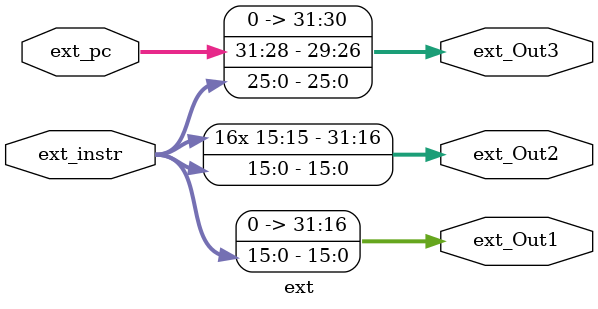
<source format=v>
`timescale 1ns / 1ps
module ext(
	input [31:0] ext_pc,
	input [31:0] ext_instr,
	output [31:0] ext_Out1,
	output [31:0] ext_Out2,
	output [31:0] ext_Out3
    );
	 
	 assign ext_Out1 = {16'b0000000000000000,ext_instr[15:0]};
	 assign ext_Out2 = {{16{ext_instr[15]}},ext_instr[15:0]};
	 assign ext_Out3 = {2'b00,ext_pc[31:28],ext_instr[25:0]};
	 /*reg [31:0] out1;
	 reg [31:0] out2;
	 reg [31:0] out3;
	 
	 assign ext_Out1=out1;
	 assign ext_Out2=out2;
	 assign ext_Out3=out3;
	 
	 always @* begin
		out1 = {16'b0000000000000000,ext_instr[15:0]};
		out2 = {{16{ext_instr[15]}},ext_instr[15:0]};
		out3 = {2'b00,ext_pc[31:28],ext_instr[25:0]};
	end*/


endmodule

</source>
